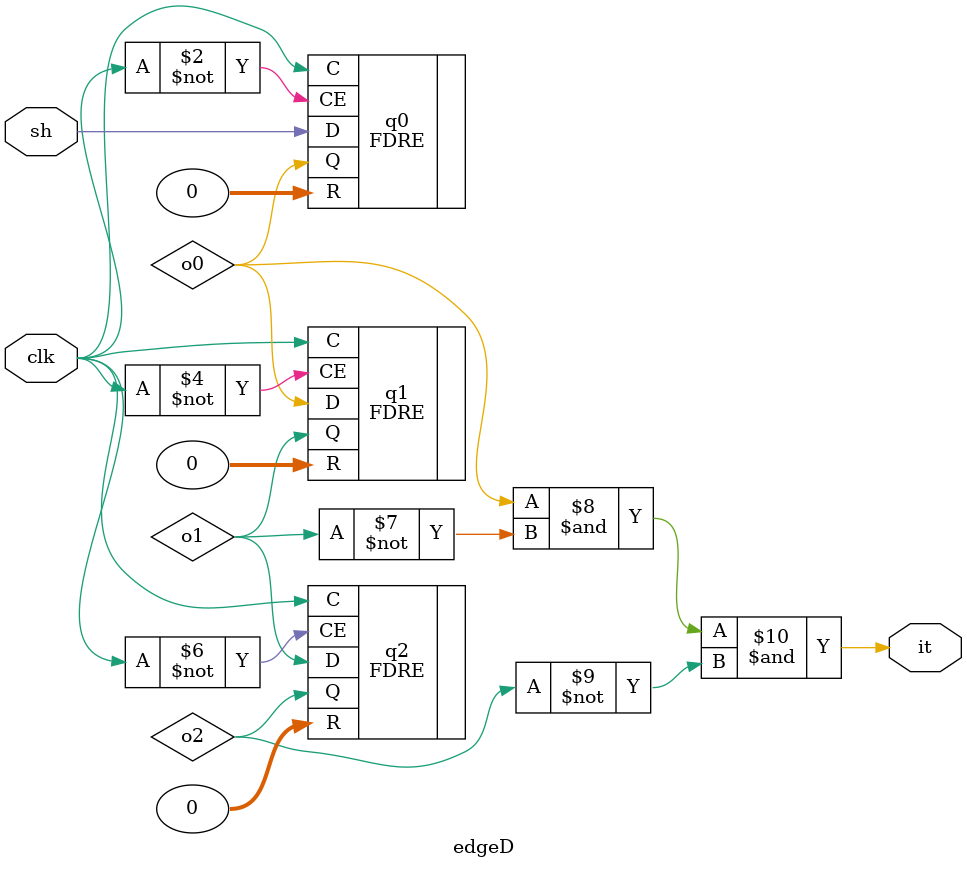
<source format=v>
`timescale 1ns / 1ps


//edge detector
//outputs a high signal for one clock cycle
//on input to sh of sequence 001
//output line on it

module edgeD(
    input clk, //clock
    input sh, //input
    output it //output high for 1 clock
    );

    wire o0, o1, o2;
    
    //first bit
    FDRE #(.INIT(1'b0) ) q0 (.C(clk), .R(0), .CE(~clk), .D(sh), .Q(o0));
    //second bit
    FDRE #(.INIT(1'b0) ) q1 (.C(clk), .R(0), .CE(~clk), .D(o0), .Q(o1));
    //third bit
    FDRE #(.INIT(1'b0) ) q2 (.C(clk), .R(0), .CE(~clk), .D(o1), .Q(o2));

   assign it = o0 & ~o1 & ~o2;
    
endmodule

</source>
